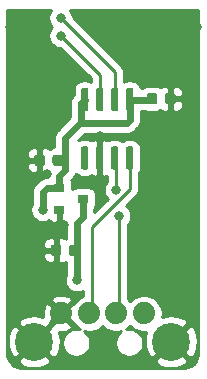
<source format=gbr>
G04 #@! TF.GenerationSoftware,KiCad,Pcbnew,(5.1.5)-3*
G04 #@! TF.CreationDate,2021-04-30T23:34:10+03:00*
G04 #@! TF.ProjectId,HM10USBDongle,484d3130-5553-4424-946f-6e676c652e6b,rev?*
G04 #@! TF.SameCoordinates,Original*
G04 #@! TF.FileFunction,Copper,L2,Bot*
G04 #@! TF.FilePolarity,Positive*
%FSLAX46Y46*%
G04 Gerber Fmt 4.6, Leading zero omitted, Abs format (unit mm)*
G04 Created by KiCad (PCBNEW (5.1.5)-3) date 2021-04-30 23:34:10*
%MOMM*%
%LPD*%
G04 APERTURE LIST*
%ADD10C,0.100000*%
%ADD11R,0.900000X0.800000*%
%ADD12C,1.879600*%
%ADD13C,3.215640*%
%ADD14C,0.800000*%
%ADD15C,0.250000*%
%ADD16C,0.600000*%
%ADD17C,0.254000*%
G04 APERTURE END LIST*
G04 #@! TA.AperFunction,SMDPad,CuDef*
D10*
G36*
X130028054Y-86775083D02*
G01*
X130049895Y-86778323D01*
X130071314Y-86783688D01*
X130092104Y-86791127D01*
X130112064Y-86800568D01*
X130131003Y-86811919D01*
X130148738Y-86825073D01*
X130165099Y-86839901D01*
X130179927Y-86856262D01*
X130193081Y-86873997D01*
X130204432Y-86892936D01*
X130213873Y-86912896D01*
X130221312Y-86933686D01*
X130226677Y-86955105D01*
X130229917Y-86976946D01*
X130231000Y-86999000D01*
X130231000Y-87499000D01*
X130229917Y-87521054D01*
X130226677Y-87542895D01*
X130221312Y-87564314D01*
X130213873Y-87585104D01*
X130204432Y-87605064D01*
X130193081Y-87624003D01*
X130179927Y-87641738D01*
X130165099Y-87658099D01*
X130148738Y-87672927D01*
X130131003Y-87686081D01*
X130112064Y-87697432D01*
X130092104Y-87706873D01*
X130071314Y-87714312D01*
X130049895Y-87719677D01*
X130028054Y-87722917D01*
X130006000Y-87724000D01*
X129556000Y-87724000D01*
X129533946Y-87722917D01*
X129512105Y-87719677D01*
X129490686Y-87714312D01*
X129469896Y-87706873D01*
X129449936Y-87697432D01*
X129430997Y-87686081D01*
X129413262Y-87672927D01*
X129396901Y-87658099D01*
X129382073Y-87641738D01*
X129368919Y-87624003D01*
X129357568Y-87605064D01*
X129348127Y-87585104D01*
X129340688Y-87564314D01*
X129335323Y-87542895D01*
X129332083Y-87521054D01*
X129331000Y-87499000D01*
X129331000Y-86999000D01*
X129332083Y-86976946D01*
X129335323Y-86955105D01*
X129340688Y-86933686D01*
X129348127Y-86912896D01*
X129357568Y-86892936D01*
X129368919Y-86873997D01*
X129382073Y-86856262D01*
X129396901Y-86839901D01*
X129413262Y-86825073D01*
X129430997Y-86811919D01*
X129449936Y-86800568D01*
X129469896Y-86791127D01*
X129490686Y-86783688D01*
X129512105Y-86778323D01*
X129533946Y-86775083D01*
X129556000Y-86774000D01*
X130006000Y-86774000D01*
X130028054Y-86775083D01*
G37*
G04 #@! TD.AperFunction*
G04 #@! TA.AperFunction,SMDPad,CuDef*
G36*
X131578054Y-86775083D02*
G01*
X131599895Y-86778323D01*
X131621314Y-86783688D01*
X131642104Y-86791127D01*
X131662064Y-86800568D01*
X131681003Y-86811919D01*
X131698738Y-86825073D01*
X131715099Y-86839901D01*
X131729927Y-86856262D01*
X131743081Y-86873997D01*
X131754432Y-86892936D01*
X131763873Y-86912896D01*
X131771312Y-86933686D01*
X131776677Y-86955105D01*
X131779917Y-86976946D01*
X131781000Y-86999000D01*
X131781000Y-87499000D01*
X131779917Y-87521054D01*
X131776677Y-87542895D01*
X131771312Y-87564314D01*
X131763873Y-87585104D01*
X131754432Y-87605064D01*
X131743081Y-87624003D01*
X131729927Y-87641738D01*
X131715099Y-87658099D01*
X131698738Y-87672927D01*
X131681003Y-87686081D01*
X131662064Y-87697432D01*
X131642104Y-87706873D01*
X131621314Y-87714312D01*
X131599895Y-87719677D01*
X131578054Y-87722917D01*
X131556000Y-87724000D01*
X131106000Y-87724000D01*
X131083946Y-87722917D01*
X131062105Y-87719677D01*
X131040686Y-87714312D01*
X131019896Y-87706873D01*
X130999936Y-87697432D01*
X130980997Y-87686081D01*
X130963262Y-87672927D01*
X130946901Y-87658099D01*
X130932073Y-87641738D01*
X130918919Y-87624003D01*
X130907568Y-87605064D01*
X130898127Y-87585104D01*
X130890688Y-87564314D01*
X130885323Y-87542895D01*
X130882083Y-87521054D01*
X130881000Y-87499000D01*
X130881000Y-86999000D01*
X130882083Y-86976946D01*
X130885323Y-86955105D01*
X130890688Y-86933686D01*
X130898127Y-86912896D01*
X130907568Y-86892936D01*
X130918919Y-86873997D01*
X130932073Y-86856262D01*
X130946901Y-86839901D01*
X130963262Y-86825073D01*
X130980997Y-86811919D01*
X130999936Y-86800568D01*
X131019896Y-86791127D01*
X131040686Y-86783688D01*
X131062105Y-86778323D01*
X131083946Y-86775083D01*
X131106000Y-86774000D01*
X131556000Y-86774000D01*
X131578054Y-86775083D01*
G37*
G04 #@! TD.AperFunction*
G04 #@! TA.AperFunction,SMDPad,CuDef*
G36*
X128631054Y-79155083D02*
G01*
X128652895Y-79158323D01*
X128674314Y-79163688D01*
X128695104Y-79171127D01*
X128715064Y-79180568D01*
X128734003Y-79191919D01*
X128751738Y-79205073D01*
X128768099Y-79219901D01*
X128782927Y-79236262D01*
X128796081Y-79253997D01*
X128807432Y-79272936D01*
X128816873Y-79292896D01*
X128824312Y-79313686D01*
X128829677Y-79335105D01*
X128832917Y-79356946D01*
X128834000Y-79379000D01*
X128834000Y-79879000D01*
X128832917Y-79901054D01*
X128829677Y-79922895D01*
X128824312Y-79944314D01*
X128816873Y-79965104D01*
X128807432Y-79985064D01*
X128796081Y-80004003D01*
X128782927Y-80021738D01*
X128768099Y-80038099D01*
X128751738Y-80052927D01*
X128734003Y-80066081D01*
X128715064Y-80077432D01*
X128695104Y-80086873D01*
X128674314Y-80094312D01*
X128652895Y-80099677D01*
X128631054Y-80102917D01*
X128609000Y-80104000D01*
X128159000Y-80104000D01*
X128136946Y-80102917D01*
X128115105Y-80099677D01*
X128093686Y-80094312D01*
X128072896Y-80086873D01*
X128052936Y-80077432D01*
X128033997Y-80066081D01*
X128016262Y-80052927D01*
X127999901Y-80038099D01*
X127985073Y-80021738D01*
X127971919Y-80004003D01*
X127960568Y-79985064D01*
X127951127Y-79965104D01*
X127943688Y-79944314D01*
X127938323Y-79922895D01*
X127935083Y-79901054D01*
X127934000Y-79879000D01*
X127934000Y-79379000D01*
X127935083Y-79356946D01*
X127938323Y-79335105D01*
X127943688Y-79313686D01*
X127951127Y-79292896D01*
X127960568Y-79272936D01*
X127971919Y-79253997D01*
X127985073Y-79236262D01*
X127999901Y-79219901D01*
X128016262Y-79205073D01*
X128033997Y-79191919D01*
X128052936Y-79180568D01*
X128072896Y-79171127D01*
X128093686Y-79163688D01*
X128115105Y-79158323D01*
X128136946Y-79155083D01*
X128159000Y-79154000D01*
X128609000Y-79154000D01*
X128631054Y-79155083D01*
G37*
G04 #@! TD.AperFunction*
G04 #@! TA.AperFunction,SMDPad,CuDef*
G36*
X130181054Y-79155083D02*
G01*
X130202895Y-79158323D01*
X130224314Y-79163688D01*
X130245104Y-79171127D01*
X130265064Y-79180568D01*
X130284003Y-79191919D01*
X130301738Y-79205073D01*
X130318099Y-79219901D01*
X130332927Y-79236262D01*
X130346081Y-79253997D01*
X130357432Y-79272936D01*
X130366873Y-79292896D01*
X130374312Y-79313686D01*
X130379677Y-79335105D01*
X130382917Y-79356946D01*
X130384000Y-79379000D01*
X130384000Y-79879000D01*
X130382917Y-79901054D01*
X130379677Y-79922895D01*
X130374312Y-79944314D01*
X130366873Y-79965104D01*
X130357432Y-79985064D01*
X130346081Y-80004003D01*
X130332927Y-80021738D01*
X130318099Y-80038099D01*
X130301738Y-80052927D01*
X130284003Y-80066081D01*
X130265064Y-80077432D01*
X130245104Y-80086873D01*
X130224314Y-80094312D01*
X130202895Y-80099677D01*
X130181054Y-80102917D01*
X130159000Y-80104000D01*
X129709000Y-80104000D01*
X129686946Y-80102917D01*
X129665105Y-80099677D01*
X129643686Y-80094312D01*
X129622896Y-80086873D01*
X129602936Y-80077432D01*
X129583997Y-80066081D01*
X129566262Y-80052927D01*
X129549901Y-80038099D01*
X129535073Y-80021738D01*
X129521919Y-80004003D01*
X129510568Y-79985064D01*
X129501127Y-79965104D01*
X129493688Y-79944314D01*
X129488323Y-79922895D01*
X129485083Y-79901054D01*
X129484000Y-79879000D01*
X129484000Y-79379000D01*
X129485083Y-79356946D01*
X129488323Y-79335105D01*
X129493688Y-79313686D01*
X129501127Y-79292896D01*
X129510568Y-79272936D01*
X129521919Y-79253997D01*
X129535073Y-79236262D01*
X129549901Y-79219901D01*
X129566262Y-79205073D01*
X129583997Y-79191919D01*
X129602936Y-79180568D01*
X129622896Y-79171127D01*
X129643686Y-79163688D01*
X129665105Y-79158323D01*
X129686946Y-79155083D01*
X129709000Y-79154000D01*
X130159000Y-79154000D01*
X130181054Y-79155083D01*
G37*
G04 #@! TD.AperFunction*
G04 #@! TA.AperFunction,SMDPad,CuDef*
G36*
X139706054Y-73948083D02*
G01*
X139727895Y-73951323D01*
X139749314Y-73956688D01*
X139770104Y-73964127D01*
X139790064Y-73973568D01*
X139809003Y-73984919D01*
X139826738Y-73998073D01*
X139843099Y-74012901D01*
X139857927Y-74029262D01*
X139871081Y-74046997D01*
X139882432Y-74065936D01*
X139891873Y-74085896D01*
X139899312Y-74106686D01*
X139904677Y-74128105D01*
X139907917Y-74149946D01*
X139909000Y-74172000D01*
X139909000Y-74672000D01*
X139907917Y-74694054D01*
X139904677Y-74715895D01*
X139899312Y-74737314D01*
X139891873Y-74758104D01*
X139882432Y-74778064D01*
X139871081Y-74797003D01*
X139857927Y-74814738D01*
X139843099Y-74831099D01*
X139826738Y-74845927D01*
X139809003Y-74859081D01*
X139790064Y-74870432D01*
X139770104Y-74879873D01*
X139749314Y-74887312D01*
X139727895Y-74892677D01*
X139706054Y-74895917D01*
X139684000Y-74897000D01*
X139234000Y-74897000D01*
X139211946Y-74895917D01*
X139190105Y-74892677D01*
X139168686Y-74887312D01*
X139147896Y-74879873D01*
X139127936Y-74870432D01*
X139108997Y-74859081D01*
X139091262Y-74845927D01*
X139074901Y-74831099D01*
X139060073Y-74814738D01*
X139046919Y-74797003D01*
X139035568Y-74778064D01*
X139026127Y-74758104D01*
X139018688Y-74737314D01*
X139013323Y-74715895D01*
X139010083Y-74694054D01*
X139009000Y-74672000D01*
X139009000Y-74172000D01*
X139010083Y-74149946D01*
X139013323Y-74128105D01*
X139018688Y-74106686D01*
X139026127Y-74085896D01*
X139035568Y-74065936D01*
X139046919Y-74046997D01*
X139060073Y-74029262D01*
X139074901Y-74012901D01*
X139091262Y-73998073D01*
X139108997Y-73984919D01*
X139127936Y-73973568D01*
X139147896Y-73964127D01*
X139168686Y-73956688D01*
X139190105Y-73951323D01*
X139211946Y-73948083D01*
X139234000Y-73947000D01*
X139684000Y-73947000D01*
X139706054Y-73948083D01*
G37*
G04 #@! TD.AperFunction*
G04 #@! TA.AperFunction,SMDPad,CuDef*
G36*
X138156054Y-73948083D02*
G01*
X138177895Y-73951323D01*
X138199314Y-73956688D01*
X138220104Y-73964127D01*
X138240064Y-73973568D01*
X138259003Y-73984919D01*
X138276738Y-73998073D01*
X138293099Y-74012901D01*
X138307927Y-74029262D01*
X138321081Y-74046997D01*
X138332432Y-74065936D01*
X138341873Y-74085896D01*
X138349312Y-74106686D01*
X138354677Y-74128105D01*
X138357917Y-74149946D01*
X138359000Y-74172000D01*
X138359000Y-74672000D01*
X138357917Y-74694054D01*
X138354677Y-74715895D01*
X138349312Y-74737314D01*
X138341873Y-74758104D01*
X138332432Y-74778064D01*
X138321081Y-74797003D01*
X138307927Y-74814738D01*
X138293099Y-74831099D01*
X138276738Y-74845927D01*
X138259003Y-74859081D01*
X138240064Y-74870432D01*
X138220104Y-74879873D01*
X138199314Y-74887312D01*
X138177895Y-74892677D01*
X138156054Y-74895917D01*
X138134000Y-74897000D01*
X137684000Y-74897000D01*
X137661946Y-74895917D01*
X137640105Y-74892677D01*
X137618686Y-74887312D01*
X137597896Y-74879873D01*
X137577936Y-74870432D01*
X137558997Y-74859081D01*
X137541262Y-74845927D01*
X137524901Y-74831099D01*
X137510073Y-74814738D01*
X137496919Y-74797003D01*
X137485568Y-74778064D01*
X137476127Y-74758104D01*
X137468688Y-74737314D01*
X137463323Y-74715895D01*
X137460083Y-74694054D01*
X137459000Y-74672000D01*
X137459000Y-74172000D01*
X137460083Y-74149946D01*
X137463323Y-74128105D01*
X137468688Y-74106686D01*
X137476127Y-74085896D01*
X137485568Y-74065936D01*
X137496919Y-74046997D01*
X137510073Y-74029262D01*
X137524901Y-74012901D01*
X137541262Y-73998073D01*
X137558997Y-73984919D01*
X137577936Y-73973568D01*
X137597896Y-73964127D01*
X137618686Y-73956688D01*
X137640105Y-73951323D01*
X137661946Y-73948083D01*
X137684000Y-73947000D01*
X138134000Y-73947000D01*
X138156054Y-73948083D01*
G37*
G04 #@! TD.AperFunction*
D11*
X132064000Y-82931000D03*
X130064000Y-81981000D03*
X130064000Y-83881000D03*
D12*
X137228580Y-92598240D03*
D13*
X127932180Y-94996000D03*
X139529820Y-94996000D03*
D12*
X130233420Y-92598240D03*
X134856220Y-92598240D03*
X132605780Y-92598240D03*
G04 #@! TA.AperFunction,SMDPad,CuDef*
D10*
G36*
X136181703Y-73512722D02*
G01*
X136196264Y-73514882D01*
X136210543Y-73518459D01*
X136224403Y-73523418D01*
X136237710Y-73529712D01*
X136250336Y-73537280D01*
X136262159Y-73546048D01*
X136273066Y-73555934D01*
X136282952Y-73566841D01*
X136291720Y-73578664D01*
X136299288Y-73591290D01*
X136305582Y-73604597D01*
X136310541Y-73618457D01*
X136314118Y-73632736D01*
X136316278Y-73647297D01*
X136317000Y-73662000D01*
X136317000Y-75312000D01*
X136316278Y-75326703D01*
X136314118Y-75341264D01*
X136310541Y-75355543D01*
X136305582Y-75369403D01*
X136299288Y-75382710D01*
X136291720Y-75395336D01*
X136282952Y-75407159D01*
X136273066Y-75418066D01*
X136262159Y-75427952D01*
X136250336Y-75436720D01*
X136237710Y-75444288D01*
X136224403Y-75450582D01*
X136210543Y-75455541D01*
X136196264Y-75459118D01*
X136181703Y-75461278D01*
X136167000Y-75462000D01*
X135867000Y-75462000D01*
X135852297Y-75461278D01*
X135837736Y-75459118D01*
X135823457Y-75455541D01*
X135809597Y-75450582D01*
X135796290Y-75444288D01*
X135783664Y-75436720D01*
X135771841Y-75427952D01*
X135760934Y-75418066D01*
X135751048Y-75407159D01*
X135742280Y-75395336D01*
X135734712Y-75382710D01*
X135728418Y-75369403D01*
X135723459Y-75355543D01*
X135719882Y-75341264D01*
X135717722Y-75326703D01*
X135717000Y-75312000D01*
X135717000Y-73662000D01*
X135717722Y-73647297D01*
X135719882Y-73632736D01*
X135723459Y-73618457D01*
X135728418Y-73604597D01*
X135734712Y-73591290D01*
X135742280Y-73578664D01*
X135751048Y-73566841D01*
X135760934Y-73555934D01*
X135771841Y-73546048D01*
X135783664Y-73537280D01*
X135796290Y-73529712D01*
X135809597Y-73523418D01*
X135823457Y-73518459D01*
X135837736Y-73514882D01*
X135852297Y-73512722D01*
X135867000Y-73512000D01*
X136167000Y-73512000D01*
X136181703Y-73512722D01*
G37*
G04 #@! TD.AperFunction*
G04 #@! TA.AperFunction,SMDPad,CuDef*
G36*
X134911703Y-73512722D02*
G01*
X134926264Y-73514882D01*
X134940543Y-73518459D01*
X134954403Y-73523418D01*
X134967710Y-73529712D01*
X134980336Y-73537280D01*
X134992159Y-73546048D01*
X135003066Y-73555934D01*
X135012952Y-73566841D01*
X135021720Y-73578664D01*
X135029288Y-73591290D01*
X135035582Y-73604597D01*
X135040541Y-73618457D01*
X135044118Y-73632736D01*
X135046278Y-73647297D01*
X135047000Y-73662000D01*
X135047000Y-75312000D01*
X135046278Y-75326703D01*
X135044118Y-75341264D01*
X135040541Y-75355543D01*
X135035582Y-75369403D01*
X135029288Y-75382710D01*
X135021720Y-75395336D01*
X135012952Y-75407159D01*
X135003066Y-75418066D01*
X134992159Y-75427952D01*
X134980336Y-75436720D01*
X134967710Y-75444288D01*
X134954403Y-75450582D01*
X134940543Y-75455541D01*
X134926264Y-75459118D01*
X134911703Y-75461278D01*
X134897000Y-75462000D01*
X134597000Y-75462000D01*
X134582297Y-75461278D01*
X134567736Y-75459118D01*
X134553457Y-75455541D01*
X134539597Y-75450582D01*
X134526290Y-75444288D01*
X134513664Y-75436720D01*
X134501841Y-75427952D01*
X134490934Y-75418066D01*
X134481048Y-75407159D01*
X134472280Y-75395336D01*
X134464712Y-75382710D01*
X134458418Y-75369403D01*
X134453459Y-75355543D01*
X134449882Y-75341264D01*
X134447722Y-75326703D01*
X134447000Y-75312000D01*
X134447000Y-73662000D01*
X134447722Y-73647297D01*
X134449882Y-73632736D01*
X134453459Y-73618457D01*
X134458418Y-73604597D01*
X134464712Y-73591290D01*
X134472280Y-73578664D01*
X134481048Y-73566841D01*
X134490934Y-73555934D01*
X134501841Y-73546048D01*
X134513664Y-73537280D01*
X134526290Y-73529712D01*
X134539597Y-73523418D01*
X134553457Y-73518459D01*
X134567736Y-73514882D01*
X134582297Y-73512722D01*
X134597000Y-73512000D01*
X134897000Y-73512000D01*
X134911703Y-73512722D01*
G37*
G04 #@! TD.AperFunction*
G04 #@! TA.AperFunction,SMDPad,CuDef*
G36*
X133641703Y-73512722D02*
G01*
X133656264Y-73514882D01*
X133670543Y-73518459D01*
X133684403Y-73523418D01*
X133697710Y-73529712D01*
X133710336Y-73537280D01*
X133722159Y-73546048D01*
X133733066Y-73555934D01*
X133742952Y-73566841D01*
X133751720Y-73578664D01*
X133759288Y-73591290D01*
X133765582Y-73604597D01*
X133770541Y-73618457D01*
X133774118Y-73632736D01*
X133776278Y-73647297D01*
X133777000Y-73662000D01*
X133777000Y-75312000D01*
X133776278Y-75326703D01*
X133774118Y-75341264D01*
X133770541Y-75355543D01*
X133765582Y-75369403D01*
X133759288Y-75382710D01*
X133751720Y-75395336D01*
X133742952Y-75407159D01*
X133733066Y-75418066D01*
X133722159Y-75427952D01*
X133710336Y-75436720D01*
X133697710Y-75444288D01*
X133684403Y-75450582D01*
X133670543Y-75455541D01*
X133656264Y-75459118D01*
X133641703Y-75461278D01*
X133627000Y-75462000D01*
X133327000Y-75462000D01*
X133312297Y-75461278D01*
X133297736Y-75459118D01*
X133283457Y-75455541D01*
X133269597Y-75450582D01*
X133256290Y-75444288D01*
X133243664Y-75436720D01*
X133231841Y-75427952D01*
X133220934Y-75418066D01*
X133211048Y-75407159D01*
X133202280Y-75395336D01*
X133194712Y-75382710D01*
X133188418Y-75369403D01*
X133183459Y-75355543D01*
X133179882Y-75341264D01*
X133177722Y-75326703D01*
X133177000Y-75312000D01*
X133177000Y-73662000D01*
X133177722Y-73647297D01*
X133179882Y-73632736D01*
X133183459Y-73618457D01*
X133188418Y-73604597D01*
X133194712Y-73591290D01*
X133202280Y-73578664D01*
X133211048Y-73566841D01*
X133220934Y-73555934D01*
X133231841Y-73546048D01*
X133243664Y-73537280D01*
X133256290Y-73529712D01*
X133269597Y-73523418D01*
X133283457Y-73518459D01*
X133297736Y-73514882D01*
X133312297Y-73512722D01*
X133327000Y-73512000D01*
X133627000Y-73512000D01*
X133641703Y-73512722D01*
G37*
G04 #@! TD.AperFunction*
G04 #@! TA.AperFunction,SMDPad,CuDef*
G36*
X132371703Y-73512722D02*
G01*
X132386264Y-73514882D01*
X132400543Y-73518459D01*
X132414403Y-73523418D01*
X132427710Y-73529712D01*
X132440336Y-73537280D01*
X132452159Y-73546048D01*
X132463066Y-73555934D01*
X132472952Y-73566841D01*
X132481720Y-73578664D01*
X132489288Y-73591290D01*
X132495582Y-73604597D01*
X132500541Y-73618457D01*
X132504118Y-73632736D01*
X132506278Y-73647297D01*
X132507000Y-73662000D01*
X132507000Y-75312000D01*
X132506278Y-75326703D01*
X132504118Y-75341264D01*
X132500541Y-75355543D01*
X132495582Y-75369403D01*
X132489288Y-75382710D01*
X132481720Y-75395336D01*
X132472952Y-75407159D01*
X132463066Y-75418066D01*
X132452159Y-75427952D01*
X132440336Y-75436720D01*
X132427710Y-75444288D01*
X132414403Y-75450582D01*
X132400543Y-75455541D01*
X132386264Y-75459118D01*
X132371703Y-75461278D01*
X132357000Y-75462000D01*
X132057000Y-75462000D01*
X132042297Y-75461278D01*
X132027736Y-75459118D01*
X132013457Y-75455541D01*
X131999597Y-75450582D01*
X131986290Y-75444288D01*
X131973664Y-75436720D01*
X131961841Y-75427952D01*
X131950934Y-75418066D01*
X131941048Y-75407159D01*
X131932280Y-75395336D01*
X131924712Y-75382710D01*
X131918418Y-75369403D01*
X131913459Y-75355543D01*
X131909882Y-75341264D01*
X131907722Y-75326703D01*
X131907000Y-75312000D01*
X131907000Y-73662000D01*
X131907722Y-73647297D01*
X131909882Y-73632736D01*
X131913459Y-73618457D01*
X131918418Y-73604597D01*
X131924712Y-73591290D01*
X131932280Y-73578664D01*
X131941048Y-73566841D01*
X131950934Y-73555934D01*
X131961841Y-73546048D01*
X131973664Y-73537280D01*
X131986290Y-73529712D01*
X131999597Y-73523418D01*
X132013457Y-73518459D01*
X132027736Y-73514882D01*
X132042297Y-73512722D01*
X132057000Y-73512000D01*
X132357000Y-73512000D01*
X132371703Y-73512722D01*
G37*
G04 #@! TD.AperFunction*
G04 #@! TA.AperFunction,SMDPad,CuDef*
G36*
X132371703Y-78462722D02*
G01*
X132386264Y-78464882D01*
X132400543Y-78468459D01*
X132414403Y-78473418D01*
X132427710Y-78479712D01*
X132440336Y-78487280D01*
X132452159Y-78496048D01*
X132463066Y-78505934D01*
X132472952Y-78516841D01*
X132481720Y-78528664D01*
X132489288Y-78541290D01*
X132495582Y-78554597D01*
X132500541Y-78568457D01*
X132504118Y-78582736D01*
X132506278Y-78597297D01*
X132507000Y-78612000D01*
X132507000Y-80262000D01*
X132506278Y-80276703D01*
X132504118Y-80291264D01*
X132500541Y-80305543D01*
X132495582Y-80319403D01*
X132489288Y-80332710D01*
X132481720Y-80345336D01*
X132472952Y-80357159D01*
X132463066Y-80368066D01*
X132452159Y-80377952D01*
X132440336Y-80386720D01*
X132427710Y-80394288D01*
X132414403Y-80400582D01*
X132400543Y-80405541D01*
X132386264Y-80409118D01*
X132371703Y-80411278D01*
X132357000Y-80412000D01*
X132057000Y-80412000D01*
X132042297Y-80411278D01*
X132027736Y-80409118D01*
X132013457Y-80405541D01*
X131999597Y-80400582D01*
X131986290Y-80394288D01*
X131973664Y-80386720D01*
X131961841Y-80377952D01*
X131950934Y-80368066D01*
X131941048Y-80357159D01*
X131932280Y-80345336D01*
X131924712Y-80332710D01*
X131918418Y-80319403D01*
X131913459Y-80305543D01*
X131909882Y-80291264D01*
X131907722Y-80276703D01*
X131907000Y-80262000D01*
X131907000Y-78612000D01*
X131907722Y-78597297D01*
X131909882Y-78582736D01*
X131913459Y-78568457D01*
X131918418Y-78554597D01*
X131924712Y-78541290D01*
X131932280Y-78528664D01*
X131941048Y-78516841D01*
X131950934Y-78505934D01*
X131961841Y-78496048D01*
X131973664Y-78487280D01*
X131986290Y-78479712D01*
X131999597Y-78473418D01*
X132013457Y-78468459D01*
X132027736Y-78464882D01*
X132042297Y-78462722D01*
X132057000Y-78462000D01*
X132357000Y-78462000D01*
X132371703Y-78462722D01*
G37*
G04 #@! TD.AperFunction*
G04 #@! TA.AperFunction,SMDPad,CuDef*
G36*
X133641703Y-78462722D02*
G01*
X133656264Y-78464882D01*
X133670543Y-78468459D01*
X133684403Y-78473418D01*
X133697710Y-78479712D01*
X133710336Y-78487280D01*
X133722159Y-78496048D01*
X133733066Y-78505934D01*
X133742952Y-78516841D01*
X133751720Y-78528664D01*
X133759288Y-78541290D01*
X133765582Y-78554597D01*
X133770541Y-78568457D01*
X133774118Y-78582736D01*
X133776278Y-78597297D01*
X133777000Y-78612000D01*
X133777000Y-80262000D01*
X133776278Y-80276703D01*
X133774118Y-80291264D01*
X133770541Y-80305543D01*
X133765582Y-80319403D01*
X133759288Y-80332710D01*
X133751720Y-80345336D01*
X133742952Y-80357159D01*
X133733066Y-80368066D01*
X133722159Y-80377952D01*
X133710336Y-80386720D01*
X133697710Y-80394288D01*
X133684403Y-80400582D01*
X133670543Y-80405541D01*
X133656264Y-80409118D01*
X133641703Y-80411278D01*
X133627000Y-80412000D01*
X133327000Y-80412000D01*
X133312297Y-80411278D01*
X133297736Y-80409118D01*
X133283457Y-80405541D01*
X133269597Y-80400582D01*
X133256290Y-80394288D01*
X133243664Y-80386720D01*
X133231841Y-80377952D01*
X133220934Y-80368066D01*
X133211048Y-80357159D01*
X133202280Y-80345336D01*
X133194712Y-80332710D01*
X133188418Y-80319403D01*
X133183459Y-80305543D01*
X133179882Y-80291264D01*
X133177722Y-80276703D01*
X133177000Y-80262000D01*
X133177000Y-78612000D01*
X133177722Y-78597297D01*
X133179882Y-78582736D01*
X133183459Y-78568457D01*
X133188418Y-78554597D01*
X133194712Y-78541290D01*
X133202280Y-78528664D01*
X133211048Y-78516841D01*
X133220934Y-78505934D01*
X133231841Y-78496048D01*
X133243664Y-78487280D01*
X133256290Y-78479712D01*
X133269597Y-78473418D01*
X133283457Y-78468459D01*
X133297736Y-78464882D01*
X133312297Y-78462722D01*
X133327000Y-78462000D01*
X133627000Y-78462000D01*
X133641703Y-78462722D01*
G37*
G04 #@! TD.AperFunction*
G04 #@! TA.AperFunction,SMDPad,CuDef*
G36*
X134911703Y-78462722D02*
G01*
X134926264Y-78464882D01*
X134940543Y-78468459D01*
X134954403Y-78473418D01*
X134967710Y-78479712D01*
X134980336Y-78487280D01*
X134992159Y-78496048D01*
X135003066Y-78505934D01*
X135012952Y-78516841D01*
X135021720Y-78528664D01*
X135029288Y-78541290D01*
X135035582Y-78554597D01*
X135040541Y-78568457D01*
X135044118Y-78582736D01*
X135046278Y-78597297D01*
X135047000Y-78612000D01*
X135047000Y-80262000D01*
X135046278Y-80276703D01*
X135044118Y-80291264D01*
X135040541Y-80305543D01*
X135035582Y-80319403D01*
X135029288Y-80332710D01*
X135021720Y-80345336D01*
X135012952Y-80357159D01*
X135003066Y-80368066D01*
X134992159Y-80377952D01*
X134980336Y-80386720D01*
X134967710Y-80394288D01*
X134954403Y-80400582D01*
X134940543Y-80405541D01*
X134926264Y-80409118D01*
X134911703Y-80411278D01*
X134897000Y-80412000D01*
X134597000Y-80412000D01*
X134582297Y-80411278D01*
X134567736Y-80409118D01*
X134553457Y-80405541D01*
X134539597Y-80400582D01*
X134526290Y-80394288D01*
X134513664Y-80386720D01*
X134501841Y-80377952D01*
X134490934Y-80368066D01*
X134481048Y-80357159D01*
X134472280Y-80345336D01*
X134464712Y-80332710D01*
X134458418Y-80319403D01*
X134453459Y-80305543D01*
X134449882Y-80291264D01*
X134447722Y-80276703D01*
X134447000Y-80262000D01*
X134447000Y-78612000D01*
X134447722Y-78597297D01*
X134449882Y-78582736D01*
X134453459Y-78568457D01*
X134458418Y-78554597D01*
X134464712Y-78541290D01*
X134472280Y-78528664D01*
X134481048Y-78516841D01*
X134490934Y-78505934D01*
X134501841Y-78496048D01*
X134513664Y-78487280D01*
X134526290Y-78479712D01*
X134539597Y-78473418D01*
X134553457Y-78468459D01*
X134567736Y-78464882D01*
X134582297Y-78462722D01*
X134597000Y-78462000D01*
X134897000Y-78462000D01*
X134911703Y-78462722D01*
G37*
G04 #@! TD.AperFunction*
G04 #@! TA.AperFunction,SMDPad,CuDef*
G36*
X136181703Y-78462722D02*
G01*
X136196264Y-78464882D01*
X136210543Y-78468459D01*
X136224403Y-78473418D01*
X136237710Y-78479712D01*
X136250336Y-78487280D01*
X136262159Y-78496048D01*
X136273066Y-78505934D01*
X136282952Y-78516841D01*
X136291720Y-78528664D01*
X136299288Y-78541290D01*
X136305582Y-78554597D01*
X136310541Y-78568457D01*
X136314118Y-78582736D01*
X136316278Y-78597297D01*
X136317000Y-78612000D01*
X136317000Y-80262000D01*
X136316278Y-80276703D01*
X136314118Y-80291264D01*
X136310541Y-80305543D01*
X136305582Y-80319403D01*
X136299288Y-80332710D01*
X136291720Y-80345336D01*
X136282952Y-80357159D01*
X136273066Y-80368066D01*
X136262159Y-80377952D01*
X136250336Y-80386720D01*
X136237710Y-80394288D01*
X136224403Y-80400582D01*
X136210543Y-80405541D01*
X136196264Y-80409118D01*
X136181703Y-80411278D01*
X136167000Y-80412000D01*
X135867000Y-80412000D01*
X135852297Y-80411278D01*
X135837736Y-80409118D01*
X135823457Y-80405541D01*
X135809597Y-80400582D01*
X135796290Y-80394288D01*
X135783664Y-80386720D01*
X135771841Y-80377952D01*
X135760934Y-80368066D01*
X135751048Y-80357159D01*
X135742280Y-80345336D01*
X135734712Y-80332710D01*
X135728418Y-80319403D01*
X135723459Y-80305543D01*
X135719882Y-80291264D01*
X135717722Y-80276703D01*
X135717000Y-80262000D01*
X135717000Y-78612000D01*
X135717722Y-78597297D01*
X135719882Y-78582736D01*
X135723459Y-78568457D01*
X135728418Y-78554597D01*
X135734712Y-78541290D01*
X135742280Y-78528664D01*
X135751048Y-78516841D01*
X135760934Y-78505934D01*
X135771841Y-78496048D01*
X135783664Y-78487280D01*
X135796290Y-78479712D01*
X135809597Y-78473418D01*
X135823457Y-78468459D01*
X135837736Y-78464882D01*
X135852297Y-78462722D01*
X135867000Y-78462000D01*
X136167000Y-78462000D01*
X136181703Y-78462722D01*
G37*
G04 #@! TD.AperFunction*
D14*
X130175000Y-67564000D03*
X130175000Y-69088000D03*
X128651000Y-89789000D03*
X139192000Y-89789000D03*
X133477000Y-81407000D03*
X133477000Y-77597000D03*
X129159000Y-85471000D03*
X138557000Y-85471000D03*
X125857000Y-68326000D03*
X141732000Y-68326000D03*
X133223000Y-68834000D03*
X138303000Y-72771000D03*
X130429000Y-71120000D03*
X129286000Y-77978000D03*
X129032000Y-80772000D03*
X130429000Y-85090000D03*
X138430000Y-76073000D03*
X135128000Y-84328000D03*
X134874000Y-82169000D03*
X128651000Y-83820000D03*
X131572000Y-89789000D03*
D15*
X134747000Y-74487000D02*
X134747000Y-72136000D01*
X134747000Y-72136000D02*
X130175000Y-67564000D01*
X133477000Y-74487000D02*
X133477000Y-72390000D01*
X133477000Y-72390000D02*
X130175000Y-69088000D01*
X135110220Y-84345780D02*
X135128000Y-84328000D01*
X135110220Y-92598240D02*
X135110220Y-84345780D01*
X134874000Y-79564000D02*
X134747000Y-79437000D01*
X134874000Y-82169000D02*
X134874000Y-79564000D01*
X136017000Y-82099002D02*
X136017000Y-80412000D01*
X136017000Y-80412000D02*
X136017000Y-79437000D01*
X132859780Y-85256222D02*
X136017000Y-82099002D01*
X132859780Y-92598240D02*
X132859780Y-85256222D01*
D16*
X130064000Y-80981000D02*
X130556000Y-80489000D01*
X130064000Y-81981000D02*
X130064000Y-80981000D01*
X136017000Y-76200000D02*
X136017000Y-74487000D01*
X135763000Y-76454000D02*
X136017000Y-76200000D01*
X130556000Y-77724000D02*
X131826000Y-76454000D01*
X131826000Y-76454000D02*
X135763000Y-76454000D01*
X131907000Y-76373000D02*
X131826000Y-76454000D01*
X132207000Y-74487000D02*
X131907000Y-74787000D01*
X131907000Y-74787000D02*
X131907000Y-76373000D01*
X129014000Y-81981000D02*
X130064000Y-81981000D01*
X128651000Y-83820000D02*
X128651000Y-82344000D01*
X128651000Y-82344000D02*
X129014000Y-81981000D01*
X137844000Y-74487000D02*
X137909000Y-74422000D01*
X136017000Y-74487000D02*
X137844000Y-74487000D01*
X130384000Y-79629000D02*
X130556000Y-79629000D01*
X129934000Y-79629000D02*
X130384000Y-79629000D01*
X130556000Y-80489000D02*
X130556000Y-79629000D01*
X130556000Y-79629000D02*
X130556000Y-77724000D01*
X131572000Y-89789000D02*
X131572000Y-84963000D01*
X132064000Y-84471000D02*
X132064000Y-82931000D01*
X131572000Y-84963000D02*
X132064000Y-84471000D01*
D17*
G36*
X129257795Y-67073744D02*
G01*
X129179774Y-67262102D01*
X129140000Y-67462061D01*
X129140000Y-67665939D01*
X129179774Y-67865898D01*
X129257795Y-68054256D01*
X129371063Y-68223774D01*
X129473289Y-68326000D01*
X129371063Y-68428226D01*
X129257795Y-68597744D01*
X129179774Y-68786102D01*
X129140000Y-68986061D01*
X129140000Y-69189939D01*
X129179774Y-69389898D01*
X129257795Y-69578256D01*
X129371063Y-69747774D01*
X129515226Y-69891937D01*
X129684744Y-70005205D01*
X129873102Y-70083226D01*
X130073061Y-70123000D01*
X130135199Y-70123000D01*
X132717001Y-72704803D01*
X132717001Y-72965142D01*
X132658582Y-72933916D01*
X132510745Y-72889071D01*
X132357000Y-72873928D01*
X132057000Y-72873928D01*
X131903255Y-72889071D01*
X131755418Y-72933916D01*
X131619171Y-73006742D01*
X131499749Y-73104749D01*
X131401742Y-73224171D01*
X131328916Y-73360418D01*
X131284071Y-73508255D01*
X131268928Y-73662000D01*
X131268928Y-74101095D01*
X131242656Y-74122656D01*
X131125814Y-74265029D01*
X131038993Y-74427461D01*
X131002125Y-74549000D01*
X130985529Y-74603709D01*
X130967476Y-74787000D01*
X130972000Y-74832932D01*
X130972001Y-75985709D01*
X129927336Y-77030375D01*
X129891657Y-77059656D01*
X129774815Y-77202028D01*
X129687994Y-77364460D01*
X129634529Y-77540709D01*
X129616476Y-77724000D01*
X129621001Y-77769942D01*
X129621001Y-78524595D01*
X129540623Y-78532512D01*
X129378717Y-78581625D01*
X129232649Y-78659700D01*
X129188494Y-78623463D01*
X129078180Y-78564498D01*
X128958482Y-78528188D01*
X128834000Y-78515928D01*
X128669750Y-78519000D01*
X128511000Y-78677750D01*
X128511000Y-79502000D01*
X128531000Y-79502000D01*
X128531000Y-79756000D01*
X128511000Y-79756000D01*
X128511000Y-80580250D01*
X128669750Y-80739000D01*
X128834000Y-80742072D01*
X128958482Y-80729812D01*
X129078180Y-80693502D01*
X129188494Y-80634537D01*
X129193198Y-80630676D01*
X129142529Y-80797709D01*
X129124476Y-80981000D01*
X129129001Y-81026941D01*
X129129001Y-81046000D01*
X129059935Y-81046000D01*
X129014000Y-81041476D01*
X128830708Y-81059528D01*
X128654459Y-81112993D01*
X128645717Y-81117666D01*
X128492028Y-81199814D01*
X128349656Y-81316656D01*
X128320370Y-81352341D01*
X128022336Y-81650375D01*
X127986657Y-81679656D01*
X127869815Y-81822028D01*
X127801404Y-81950017D01*
X127782994Y-81984460D01*
X127729529Y-82160709D01*
X127711476Y-82344000D01*
X127716001Y-82389941D01*
X127716000Y-83372704D01*
X127655774Y-83518102D01*
X127616000Y-83718061D01*
X127616000Y-83921939D01*
X127655774Y-84121898D01*
X127733795Y-84310256D01*
X127847063Y-84479774D01*
X127991226Y-84623937D01*
X128160744Y-84737205D01*
X128349102Y-84815226D01*
X128549061Y-84855000D01*
X128752939Y-84855000D01*
X128952898Y-84815226D01*
X129141256Y-84737205D01*
X129157841Y-84726124D01*
X129162815Y-84732185D01*
X129259506Y-84811537D01*
X129369820Y-84870502D01*
X129489518Y-84906812D01*
X129614000Y-84919072D01*
X129778250Y-84916000D01*
X129937000Y-84757250D01*
X129937000Y-84008000D01*
X129917000Y-84008000D01*
X129917000Y-83754000D01*
X129937000Y-83754000D01*
X129937000Y-83734000D01*
X130191000Y-83734000D01*
X130191000Y-83754000D01*
X130211000Y-83754000D01*
X130211000Y-84008000D01*
X130191000Y-84008000D01*
X130191000Y-84757250D01*
X130349750Y-84916000D01*
X130514000Y-84919072D01*
X130638006Y-84906859D01*
X130632476Y-84963000D01*
X130637001Y-85008942D01*
X130637001Y-86275771D01*
X130629649Y-86279700D01*
X130585494Y-86243463D01*
X130475180Y-86184498D01*
X130355482Y-86148188D01*
X130231000Y-86135928D01*
X130066750Y-86139000D01*
X129908000Y-86297750D01*
X129908000Y-87122000D01*
X129928000Y-87122000D01*
X129928000Y-87376000D01*
X129908000Y-87376000D01*
X129908000Y-88200250D01*
X130066750Y-88359000D01*
X130231000Y-88362072D01*
X130355482Y-88349812D01*
X130475180Y-88313502D01*
X130585494Y-88254537D01*
X130629649Y-88218300D01*
X130637000Y-88222229D01*
X130637000Y-89341704D01*
X130576774Y-89487102D01*
X130537000Y-89687061D01*
X130537000Y-89890939D01*
X130576774Y-90090898D01*
X130654795Y-90279256D01*
X130768063Y-90448774D01*
X130912226Y-90592937D01*
X131081744Y-90706205D01*
X131270102Y-90784226D01*
X131470061Y-90824000D01*
X131673939Y-90824000D01*
X131873898Y-90784226D01*
X132062256Y-90706205D01*
X132099780Y-90681132D01*
X132099780Y-91103280D01*
X131859832Y-91202670D01*
X131601903Y-91375013D01*
X131382553Y-91594363D01*
X131313385Y-91697880D01*
X130413025Y-92598240D01*
X131313385Y-93498600D01*
X131382553Y-93602117D01*
X131601903Y-93821467D01*
X131791776Y-93948336D01*
X131599803Y-93910150D01*
X131366397Y-93910150D01*
X131137475Y-93955686D01*
X130921835Y-94045007D01*
X130727764Y-94174681D01*
X130562721Y-94339724D01*
X130433047Y-94533795D01*
X130343726Y-94749435D01*
X130298190Y-94978357D01*
X130298190Y-95211763D01*
X130343726Y-95440685D01*
X130433047Y-95656325D01*
X130562721Y-95850396D01*
X130727764Y-96015439D01*
X130921835Y-96145113D01*
X131137475Y-96234434D01*
X131366397Y-96279970D01*
X131599803Y-96279970D01*
X131828725Y-96234434D01*
X132044365Y-96145113D01*
X132238436Y-96015439D01*
X132403479Y-95850396D01*
X132533153Y-95656325D01*
X132622474Y-95440685D01*
X132668010Y-95211763D01*
X132668010Y-94978357D01*
X132622474Y-94749435D01*
X132533153Y-94533795D01*
X132403479Y-94339724D01*
X132238436Y-94174681D01*
X132143745Y-94111411D01*
X132146428Y-94112522D01*
X132450676Y-94173040D01*
X132760884Y-94173040D01*
X133065132Y-94112522D01*
X133351728Y-93993810D01*
X133609657Y-93821467D01*
X133731000Y-93700124D01*
X133852343Y-93821467D01*
X134110272Y-93993810D01*
X134396868Y-94112522D01*
X134701116Y-94173040D01*
X135011324Y-94173040D01*
X135315572Y-94112522D01*
X135318255Y-94111411D01*
X135223564Y-94174681D01*
X135058521Y-94339724D01*
X134928847Y-94533795D01*
X134839526Y-94749435D01*
X134793990Y-94978357D01*
X134793990Y-95211763D01*
X134839526Y-95440685D01*
X134928847Y-95656325D01*
X135058521Y-95850396D01*
X135223564Y-96015439D01*
X135417635Y-96145113D01*
X135633275Y-96234434D01*
X135862197Y-96279970D01*
X136095603Y-96279970D01*
X136324525Y-96234434D01*
X136540165Y-96145113D01*
X136734236Y-96015439D01*
X136899279Y-95850396D01*
X137028953Y-95656325D01*
X137118274Y-95440685D01*
X137163810Y-95211763D01*
X137163810Y-94978357D01*
X137118274Y-94749435D01*
X137028953Y-94533795D01*
X136899279Y-94339724D01*
X136734236Y-94174681D01*
X136540165Y-94045007D01*
X136324525Y-93955686D01*
X136095603Y-93910150D01*
X135862197Y-93910150D01*
X135670224Y-93948336D01*
X135860097Y-93821467D01*
X136042400Y-93639164D01*
X136224703Y-93821467D01*
X136482632Y-93993810D01*
X136769228Y-94112522D01*
X137073476Y-94173040D01*
X137383684Y-94173040D01*
X137436746Y-94162485D01*
X137433246Y-94169312D01*
X137312252Y-94594217D01*
X137276478Y-95034563D01*
X137327299Y-95473428D01*
X137462762Y-95893945D01*
X137634810Y-96215825D01*
X137961408Y-96384807D01*
X139350215Y-94996000D01*
X139709425Y-94996000D01*
X141098232Y-96384807D01*
X141424830Y-96215825D01*
X141626394Y-95822688D01*
X141747388Y-95397783D01*
X141783162Y-94957437D01*
X141732341Y-94518572D01*
X141596878Y-94098055D01*
X141424830Y-93776175D01*
X141098232Y-93607193D01*
X139709425Y-94996000D01*
X139350215Y-94996000D01*
X139336073Y-94981858D01*
X139515678Y-94802253D01*
X139529820Y-94816395D01*
X140918627Y-93427588D01*
X140749645Y-93100990D01*
X140356508Y-92899426D01*
X139931603Y-92778432D01*
X139491257Y-92742658D01*
X139052392Y-92793479D01*
X138777802Y-92881934D01*
X138803380Y-92753344D01*
X138803380Y-92443136D01*
X138742862Y-92138888D01*
X138624150Y-91852292D01*
X138451807Y-91594363D01*
X138232457Y-91375013D01*
X137974528Y-91202670D01*
X137687932Y-91083958D01*
X137383684Y-91023440D01*
X137073476Y-91023440D01*
X136769228Y-91083958D01*
X136482632Y-91202670D01*
X136224703Y-91375013D01*
X136042400Y-91557316D01*
X135870220Y-91385136D01*
X135870220Y-85049491D01*
X135931937Y-84987774D01*
X136045205Y-84818256D01*
X136123226Y-84629898D01*
X136163000Y-84429939D01*
X136163000Y-84226061D01*
X136123226Y-84026102D01*
X136045205Y-83837744D01*
X135931937Y-83668226D01*
X135787774Y-83524063D01*
X135715220Y-83475584D01*
X136528004Y-82662800D01*
X136557001Y-82639003D01*
X136651974Y-82523278D01*
X136722546Y-82391249D01*
X136766003Y-82247988D01*
X136777000Y-82136335D01*
X136777000Y-82136326D01*
X136780676Y-82099003D01*
X136777000Y-82061680D01*
X136777000Y-80754976D01*
X136822258Y-80699829D01*
X136895084Y-80563582D01*
X136939929Y-80415745D01*
X136955072Y-80262000D01*
X136955072Y-78612000D01*
X136939929Y-78458255D01*
X136895084Y-78310418D01*
X136822258Y-78174171D01*
X136724251Y-78054749D01*
X136604829Y-77956742D01*
X136468582Y-77883916D01*
X136320745Y-77839071D01*
X136167000Y-77823928D01*
X135867000Y-77823928D01*
X135713255Y-77839071D01*
X135565418Y-77883916D01*
X135429171Y-77956742D01*
X135382000Y-77995454D01*
X135334829Y-77956742D01*
X135198582Y-77883916D01*
X135050745Y-77839071D01*
X134897000Y-77823928D01*
X134597000Y-77823928D01*
X134443255Y-77839071D01*
X134295418Y-77883916D01*
X134161064Y-77955730D01*
X134131494Y-77931463D01*
X134021180Y-77872498D01*
X133901482Y-77836188D01*
X133777000Y-77823928D01*
X133762750Y-77827000D01*
X133604000Y-77985750D01*
X133604000Y-79310000D01*
X133624000Y-79310000D01*
X133624000Y-79564000D01*
X133604000Y-79564000D01*
X133604000Y-80888250D01*
X133762750Y-81047000D01*
X133777000Y-81050072D01*
X133901482Y-81037812D01*
X134021180Y-81001502D01*
X134114000Y-80951888D01*
X134114000Y-81465289D01*
X134070063Y-81509226D01*
X133956795Y-81678744D01*
X133878774Y-81867102D01*
X133839000Y-82067061D01*
X133839000Y-82270939D01*
X133878774Y-82470898D01*
X133956795Y-82659256D01*
X134070063Y-82828774D01*
X134141245Y-82899956D01*
X132999000Y-84042201D01*
X132999000Y-83740981D01*
X133044537Y-83685494D01*
X133103502Y-83575180D01*
X133139812Y-83455482D01*
X133152072Y-83331000D01*
X133152072Y-82531000D01*
X133139812Y-82406518D01*
X133103502Y-82286820D01*
X133044537Y-82176506D01*
X132965185Y-82079815D01*
X132868494Y-82000463D01*
X132758180Y-81941498D01*
X132638482Y-81905188D01*
X132514000Y-81892928D01*
X131614000Y-81892928D01*
X131489518Y-81905188D01*
X131369820Y-81941498D01*
X131259506Y-82000463D01*
X131162815Y-82079815D01*
X131152072Y-82092905D01*
X131152072Y-81581000D01*
X131139812Y-81456518D01*
X131103502Y-81336820D01*
X131078062Y-81289227D01*
X131184660Y-81182629D01*
X131220344Y-81153344D01*
X131337186Y-81010972D01*
X131424007Y-80848540D01*
X131450935Y-80759771D01*
X131499749Y-80819251D01*
X131619171Y-80917258D01*
X131755418Y-80990084D01*
X131903255Y-81034929D01*
X132057000Y-81050072D01*
X132357000Y-81050072D01*
X132510745Y-81034929D01*
X132658582Y-80990084D01*
X132792936Y-80918270D01*
X132822506Y-80942537D01*
X132932820Y-81001502D01*
X133052518Y-81037812D01*
X133177000Y-81050072D01*
X133191250Y-81047000D01*
X133350000Y-80888250D01*
X133350000Y-79564000D01*
X133330000Y-79564000D01*
X133330000Y-79310000D01*
X133350000Y-79310000D01*
X133350000Y-77985750D01*
X133191250Y-77827000D01*
X133177000Y-77823928D01*
X133052518Y-77836188D01*
X132932820Y-77872498D01*
X132822506Y-77931463D01*
X132792936Y-77955730D01*
X132658582Y-77883916D01*
X132510745Y-77839071D01*
X132357000Y-77823928D01*
X132057000Y-77823928D01*
X131903255Y-77839071D01*
X131755418Y-77883916D01*
X131675835Y-77926454D01*
X132213290Y-77389000D01*
X135717068Y-77389000D01*
X135763000Y-77393524D01*
X135808932Y-77389000D01*
X135946292Y-77375471D01*
X136122540Y-77322007D01*
X136284972Y-77235186D01*
X136427344Y-77118344D01*
X136456630Y-77082659D01*
X136645660Y-76893629D01*
X136681344Y-76864344D01*
X136798186Y-76721972D01*
X136885007Y-76559540D01*
X136938471Y-76383292D01*
X136952000Y-76245932D01*
X136952000Y-76245931D01*
X136956524Y-76200001D01*
X136952000Y-76154069D01*
X136952000Y-75422000D01*
X137265085Y-75422000D01*
X137353717Y-75469375D01*
X137515623Y-75518488D01*
X137684000Y-75535072D01*
X138134000Y-75535072D01*
X138302377Y-75518488D01*
X138464283Y-75469375D01*
X138610351Y-75391300D01*
X138654506Y-75427537D01*
X138764820Y-75486502D01*
X138884518Y-75522812D01*
X139009000Y-75535072D01*
X139173250Y-75532000D01*
X139332000Y-75373250D01*
X139332000Y-74549000D01*
X139586000Y-74549000D01*
X139586000Y-75373250D01*
X139744750Y-75532000D01*
X139909000Y-75535072D01*
X140033482Y-75522812D01*
X140153180Y-75486502D01*
X140263494Y-75427537D01*
X140360185Y-75348185D01*
X140439537Y-75251494D01*
X140498502Y-75141180D01*
X140534812Y-75021482D01*
X140547072Y-74897000D01*
X140544000Y-74707750D01*
X140385250Y-74549000D01*
X139586000Y-74549000D01*
X139332000Y-74549000D01*
X139312000Y-74549000D01*
X139312000Y-74295000D01*
X139332000Y-74295000D01*
X139332000Y-73470750D01*
X139586000Y-73470750D01*
X139586000Y-74295000D01*
X140385250Y-74295000D01*
X140544000Y-74136250D01*
X140547072Y-73947000D01*
X140534812Y-73822518D01*
X140498502Y-73702820D01*
X140439537Y-73592506D01*
X140360185Y-73495815D01*
X140263494Y-73416463D01*
X140153180Y-73357498D01*
X140033482Y-73321188D01*
X139909000Y-73308928D01*
X139744750Y-73312000D01*
X139586000Y-73470750D01*
X139332000Y-73470750D01*
X139173250Y-73312000D01*
X139009000Y-73308928D01*
X138884518Y-73321188D01*
X138764820Y-73357498D01*
X138654506Y-73416463D01*
X138610351Y-73452700D01*
X138464283Y-73374625D01*
X138302377Y-73325512D01*
X138134000Y-73308928D01*
X137684000Y-73308928D01*
X137515623Y-73325512D01*
X137353717Y-73374625D01*
X137204503Y-73454382D01*
X137085555Y-73552000D01*
X136944238Y-73552000D01*
X136939929Y-73508255D01*
X136895084Y-73360418D01*
X136822258Y-73224171D01*
X136724251Y-73104749D01*
X136604829Y-73006742D01*
X136468582Y-72933916D01*
X136320745Y-72889071D01*
X136167000Y-72873928D01*
X135867000Y-72873928D01*
X135713255Y-72889071D01*
X135565418Y-72933916D01*
X135507000Y-72965141D01*
X135507000Y-72173322D01*
X135510676Y-72135999D01*
X135507000Y-72098676D01*
X135507000Y-72098667D01*
X135496003Y-71987014D01*
X135452546Y-71843753D01*
X135381974Y-71711724D01*
X135323930Y-71640997D01*
X135310799Y-71624996D01*
X135310795Y-71624992D01*
X135287001Y-71595999D01*
X135258008Y-71572205D01*
X131210000Y-67524199D01*
X131210000Y-67462061D01*
X131170226Y-67262102D01*
X131092205Y-67073744D01*
X130995490Y-66929000D01*
X141834000Y-66929000D01*
X141834001Y-95852711D01*
X141804766Y-96150876D01*
X141727551Y-96406624D01*
X141602131Y-96642504D01*
X141433289Y-96849525D01*
X141227446Y-97019813D01*
X140992444Y-97146879D01*
X140737240Y-97225877D01*
X140441118Y-97257000D01*
X127032279Y-97257000D01*
X126734124Y-97227766D01*
X126478376Y-97150551D01*
X126242496Y-97025131D01*
X126035475Y-96856289D01*
X125865187Y-96650446D01*
X125818669Y-96564412D01*
X126543373Y-96564412D01*
X126712355Y-96891010D01*
X127105492Y-97092574D01*
X127530397Y-97213568D01*
X127970743Y-97249342D01*
X128409608Y-97198521D01*
X128830125Y-97063058D01*
X129152005Y-96891010D01*
X129320987Y-96564412D01*
X138141013Y-96564412D01*
X138309995Y-96891010D01*
X138703132Y-97092574D01*
X139128037Y-97213568D01*
X139568383Y-97249342D01*
X140007248Y-97198521D01*
X140427765Y-97063058D01*
X140749645Y-96891010D01*
X140918627Y-96564412D01*
X139529820Y-95175605D01*
X138141013Y-96564412D01*
X129320987Y-96564412D01*
X127932180Y-95175605D01*
X126543373Y-96564412D01*
X125818669Y-96564412D01*
X125738121Y-96415444D01*
X125659123Y-96160240D01*
X125628000Y-95864118D01*
X125628000Y-95034563D01*
X125678838Y-95034563D01*
X125729659Y-95473428D01*
X125865122Y-95893945D01*
X126037170Y-96215825D01*
X126363768Y-96384807D01*
X127752575Y-94996000D01*
X128111785Y-94996000D01*
X129500592Y-96384807D01*
X129827190Y-96215825D01*
X130028754Y-95822688D01*
X130149748Y-95397783D01*
X130185522Y-94957437D01*
X130134701Y-94518572D01*
X130020297Y-94163427D01*
X130298397Y-94179324D01*
X130605604Y-94136267D01*
X130898506Y-94034105D01*
X131057797Y-93948963D01*
X131146291Y-93690716D01*
X130233420Y-92777845D01*
X129320549Y-93690716D01*
X129345182Y-93762603D01*
X128111785Y-94996000D01*
X127752575Y-94996000D01*
X126363768Y-93607193D01*
X126037170Y-93776175D01*
X125835606Y-94169312D01*
X125714612Y-94594217D01*
X125678838Y-95034563D01*
X125628000Y-95034563D01*
X125628000Y-93427588D01*
X126543373Y-93427588D01*
X127932180Y-94816395D01*
X129320987Y-93427588D01*
X129288076Y-93363979D01*
X130053815Y-92598240D01*
X129140944Y-91685369D01*
X128882697Y-91773863D01*
X128747823Y-92053216D01*
X128670039Y-92353515D01*
X128652336Y-92663217D01*
X128682390Y-92877648D01*
X128333963Y-92778432D01*
X127893617Y-92742658D01*
X127454752Y-92793479D01*
X127034235Y-92928942D01*
X126712355Y-93100990D01*
X126543373Y-93427588D01*
X125628000Y-93427588D01*
X125628000Y-91505764D01*
X129320549Y-91505764D01*
X130233420Y-92418635D01*
X131146291Y-91505764D01*
X131057797Y-91247517D01*
X130778444Y-91112643D01*
X130478145Y-91034859D01*
X130168443Y-91017156D01*
X129861236Y-91060213D01*
X129568334Y-91162375D01*
X129409043Y-91247517D01*
X129320549Y-91505764D01*
X125628000Y-91505764D01*
X125628000Y-87724000D01*
X128692928Y-87724000D01*
X128705188Y-87848482D01*
X128741498Y-87968180D01*
X128800463Y-88078494D01*
X128879815Y-88175185D01*
X128976506Y-88254537D01*
X129086820Y-88313502D01*
X129206518Y-88349812D01*
X129331000Y-88362072D01*
X129495250Y-88359000D01*
X129654000Y-88200250D01*
X129654000Y-87376000D01*
X128854750Y-87376000D01*
X128696000Y-87534750D01*
X128692928Y-87724000D01*
X125628000Y-87724000D01*
X125628000Y-86774000D01*
X128692928Y-86774000D01*
X128696000Y-86963250D01*
X128854750Y-87122000D01*
X129654000Y-87122000D01*
X129654000Y-86297750D01*
X129495250Y-86139000D01*
X129331000Y-86135928D01*
X129206518Y-86148188D01*
X129086820Y-86184498D01*
X128976506Y-86243463D01*
X128879815Y-86322815D01*
X128800463Y-86419506D01*
X128741498Y-86529820D01*
X128705188Y-86649518D01*
X128692928Y-86774000D01*
X125628000Y-86774000D01*
X125628000Y-80104000D01*
X127295928Y-80104000D01*
X127308188Y-80228482D01*
X127344498Y-80348180D01*
X127403463Y-80458494D01*
X127482815Y-80555185D01*
X127579506Y-80634537D01*
X127689820Y-80693502D01*
X127809518Y-80729812D01*
X127934000Y-80742072D01*
X128098250Y-80739000D01*
X128257000Y-80580250D01*
X128257000Y-79756000D01*
X127457750Y-79756000D01*
X127299000Y-79914750D01*
X127295928Y-80104000D01*
X125628000Y-80104000D01*
X125628000Y-79154000D01*
X127295928Y-79154000D01*
X127299000Y-79343250D01*
X127457750Y-79502000D01*
X128257000Y-79502000D01*
X128257000Y-78677750D01*
X128098250Y-78519000D01*
X127934000Y-78515928D01*
X127809518Y-78528188D01*
X127689820Y-78564498D01*
X127579506Y-78623463D01*
X127482815Y-78702815D01*
X127403463Y-78799506D01*
X127344498Y-78909820D01*
X127308188Y-79029518D01*
X127295928Y-79154000D01*
X125628000Y-79154000D01*
X125628000Y-66929000D01*
X129354510Y-66929000D01*
X129257795Y-67073744D01*
G37*
X129257795Y-67073744D02*
X129179774Y-67262102D01*
X129140000Y-67462061D01*
X129140000Y-67665939D01*
X129179774Y-67865898D01*
X129257795Y-68054256D01*
X129371063Y-68223774D01*
X129473289Y-68326000D01*
X129371063Y-68428226D01*
X129257795Y-68597744D01*
X129179774Y-68786102D01*
X129140000Y-68986061D01*
X129140000Y-69189939D01*
X129179774Y-69389898D01*
X129257795Y-69578256D01*
X129371063Y-69747774D01*
X129515226Y-69891937D01*
X129684744Y-70005205D01*
X129873102Y-70083226D01*
X130073061Y-70123000D01*
X130135199Y-70123000D01*
X132717001Y-72704803D01*
X132717001Y-72965142D01*
X132658582Y-72933916D01*
X132510745Y-72889071D01*
X132357000Y-72873928D01*
X132057000Y-72873928D01*
X131903255Y-72889071D01*
X131755418Y-72933916D01*
X131619171Y-73006742D01*
X131499749Y-73104749D01*
X131401742Y-73224171D01*
X131328916Y-73360418D01*
X131284071Y-73508255D01*
X131268928Y-73662000D01*
X131268928Y-74101095D01*
X131242656Y-74122656D01*
X131125814Y-74265029D01*
X131038993Y-74427461D01*
X131002125Y-74549000D01*
X130985529Y-74603709D01*
X130967476Y-74787000D01*
X130972000Y-74832932D01*
X130972001Y-75985709D01*
X129927336Y-77030375D01*
X129891657Y-77059656D01*
X129774815Y-77202028D01*
X129687994Y-77364460D01*
X129634529Y-77540709D01*
X129616476Y-77724000D01*
X129621001Y-77769942D01*
X129621001Y-78524595D01*
X129540623Y-78532512D01*
X129378717Y-78581625D01*
X129232649Y-78659700D01*
X129188494Y-78623463D01*
X129078180Y-78564498D01*
X128958482Y-78528188D01*
X128834000Y-78515928D01*
X128669750Y-78519000D01*
X128511000Y-78677750D01*
X128511000Y-79502000D01*
X128531000Y-79502000D01*
X128531000Y-79756000D01*
X128511000Y-79756000D01*
X128511000Y-80580250D01*
X128669750Y-80739000D01*
X128834000Y-80742072D01*
X128958482Y-80729812D01*
X129078180Y-80693502D01*
X129188494Y-80634537D01*
X129193198Y-80630676D01*
X129142529Y-80797709D01*
X129124476Y-80981000D01*
X129129001Y-81026941D01*
X129129001Y-81046000D01*
X129059935Y-81046000D01*
X129014000Y-81041476D01*
X128830708Y-81059528D01*
X128654459Y-81112993D01*
X128645717Y-81117666D01*
X128492028Y-81199814D01*
X128349656Y-81316656D01*
X128320370Y-81352341D01*
X128022336Y-81650375D01*
X127986657Y-81679656D01*
X127869815Y-81822028D01*
X127801404Y-81950017D01*
X127782994Y-81984460D01*
X127729529Y-82160709D01*
X127711476Y-82344000D01*
X127716001Y-82389941D01*
X127716000Y-83372704D01*
X127655774Y-83518102D01*
X127616000Y-83718061D01*
X127616000Y-83921939D01*
X127655774Y-84121898D01*
X127733795Y-84310256D01*
X127847063Y-84479774D01*
X127991226Y-84623937D01*
X128160744Y-84737205D01*
X128349102Y-84815226D01*
X128549061Y-84855000D01*
X128752939Y-84855000D01*
X128952898Y-84815226D01*
X129141256Y-84737205D01*
X129157841Y-84726124D01*
X129162815Y-84732185D01*
X129259506Y-84811537D01*
X129369820Y-84870502D01*
X129489518Y-84906812D01*
X129614000Y-84919072D01*
X129778250Y-84916000D01*
X129937000Y-84757250D01*
X129937000Y-84008000D01*
X129917000Y-84008000D01*
X129917000Y-83754000D01*
X129937000Y-83754000D01*
X129937000Y-83734000D01*
X130191000Y-83734000D01*
X130191000Y-83754000D01*
X130211000Y-83754000D01*
X130211000Y-84008000D01*
X130191000Y-84008000D01*
X130191000Y-84757250D01*
X130349750Y-84916000D01*
X130514000Y-84919072D01*
X130638006Y-84906859D01*
X130632476Y-84963000D01*
X130637001Y-85008942D01*
X130637001Y-86275771D01*
X130629649Y-86279700D01*
X130585494Y-86243463D01*
X130475180Y-86184498D01*
X130355482Y-86148188D01*
X130231000Y-86135928D01*
X130066750Y-86139000D01*
X129908000Y-86297750D01*
X129908000Y-87122000D01*
X129928000Y-87122000D01*
X129928000Y-87376000D01*
X129908000Y-87376000D01*
X129908000Y-88200250D01*
X130066750Y-88359000D01*
X130231000Y-88362072D01*
X130355482Y-88349812D01*
X130475180Y-88313502D01*
X130585494Y-88254537D01*
X130629649Y-88218300D01*
X130637000Y-88222229D01*
X130637000Y-89341704D01*
X130576774Y-89487102D01*
X130537000Y-89687061D01*
X130537000Y-89890939D01*
X130576774Y-90090898D01*
X130654795Y-90279256D01*
X130768063Y-90448774D01*
X130912226Y-90592937D01*
X131081744Y-90706205D01*
X131270102Y-90784226D01*
X131470061Y-90824000D01*
X131673939Y-90824000D01*
X131873898Y-90784226D01*
X132062256Y-90706205D01*
X132099780Y-90681132D01*
X132099780Y-91103280D01*
X131859832Y-91202670D01*
X131601903Y-91375013D01*
X131382553Y-91594363D01*
X131313385Y-91697880D01*
X130413025Y-92598240D01*
X131313385Y-93498600D01*
X131382553Y-93602117D01*
X131601903Y-93821467D01*
X131791776Y-93948336D01*
X131599803Y-93910150D01*
X131366397Y-93910150D01*
X131137475Y-93955686D01*
X130921835Y-94045007D01*
X130727764Y-94174681D01*
X130562721Y-94339724D01*
X130433047Y-94533795D01*
X130343726Y-94749435D01*
X130298190Y-94978357D01*
X130298190Y-95211763D01*
X130343726Y-95440685D01*
X130433047Y-95656325D01*
X130562721Y-95850396D01*
X130727764Y-96015439D01*
X130921835Y-96145113D01*
X131137475Y-96234434D01*
X131366397Y-96279970D01*
X131599803Y-96279970D01*
X131828725Y-96234434D01*
X132044365Y-96145113D01*
X132238436Y-96015439D01*
X132403479Y-95850396D01*
X132533153Y-95656325D01*
X132622474Y-95440685D01*
X132668010Y-95211763D01*
X132668010Y-94978357D01*
X132622474Y-94749435D01*
X132533153Y-94533795D01*
X132403479Y-94339724D01*
X132238436Y-94174681D01*
X132143745Y-94111411D01*
X132146428Y-94112522D01*
X132450676Y-94173040D01*
X132760884Y-94173040D01*
X133065132Y-94112522D01*
X133351728Y-93993810D01*
X133609657Y-93821467D01*
X133731000Y-93700124D01*
X133852343Y-93821467D01*
X134110272Y-93993810D01*
X134396868Y-94112522D01*
X134701116Y-94173040D01*
X135011324Y-94173040D01*
X135315572Y-94112522D01*
X135318255Y-94111411D01*
X135223564Y-94174681D01*
X135058521Y-94339724D01*
X134928847Y-94533795D01*
X134839526Y-94749435D01*
X134793990Y-94978357D01*
X134793990Y-95211763D01*
X134839526Y-95440685D01*
X134928847Y-95656325D01*
X135058521Y-95850396D01*
X135223564Y-96015439D01*
X135417635Y-96145113D01*
X135633275Y-96234434D01*
X135862197Y-96279970D01*
X136095603Y-96279970D01*
X136324525Y-96234434D01*
X136540165Y-96145113D01*
X136734236Y-96015439D01*
X136899279Y-95850396D01*
X137028953Y-95656325D01*
X137118274Y-95440685D01*
X137163810Y-95211763D01*
X137163810Y-94978357D01*
X137118274Y-94749435D01*
X137028953Y-94533795D01*
X136899279Y-94339724D01*
X136734236Y-94174681D01*
X136540165Y-94045007D01*
X136324525Y-93955686D01*
X136095603Y-93910150D01*
X135862197Y-93910150D01*
X135670224Y-93948336D01*
X135860097Y-93821467D01*
X136042400Y-93639164D01*
X136224703Y-93821467D01*
X136482632Y-93993810D01*
X136769228Y-94112522D01*
X137073476Y-94173040D01*
X137383684Y-94173040D01*
X137436746Y-94162485D01*
X137433246Y-94169312D01*
X137312252Y-94594217D01*
X137276478Y-95034563D01*
X137327299Y-95473428D01*
X137462762Y-95893945D01*
X137634810Y-96215825D01*
X137961408Y-96384807D01*
X139350215Y-94996000D01*
X139709425Y-94996000D01*
X141098232Y-96384807D01*
X141424830Y-96215825D01*
X141626394Y-95822688D01*
X141747388Y-95397783D01*
X141783162Y-94957437D01*
X141732341Y-94518572D01*
X141596878Y-94098055D01*
X141424830Y-93776175D01*
X141098232Y-93607193D01*
X139709425Y-94996000D01*
X139350215Y-94996000D01*
X139336073Y-94981858D01*
X139515678Y-94802253D01*
X139529820Y-94816395D01*
X140918627Y-93427588D01*
X140749645Y-93100990D01*
X140356508Y-92899426D01*
X139931603Y-92778432D01*
X139491257Y-92742658D01*
X139052392Y-92793479D01*
X138777802Y-92881934D01*
X138803380Y-92753344D01*
X138803380Y-92443136D01*
X138742862Y-92138888D01*
X138624150Y-91852292D01*
X138451807Y-91594363D01*
X138232457Y-91375013D01*
X137974528Y-91202670D01*
X137687932Y-91083958D01*
X137383684Y-91023440D01*
X137073476Y-91023440D01*
X136769228Y-91083958D01*
X136482632Y-91202670D01*
X136224703Y-91375013D01*
X136042400Y-91557316D01*
X135870220Y-91385136D01*
X135870220Y-85049491D01*
X135931937Y-84987774D01*
X136045205Y-84818256D01*
X136123226Y-84629898D01*
X136163000Y-84429939D01*
X136163000Y-84226061D01*
X136123226Y-84026102D01*
X136045205Y-83837744D01*
X135931937Y-83668226D01*
X135787774Y-83524063D01*
X135715220Y-83475584D01*
X136528004Y-82662800D01*
X136557001Y-82639003D01*
X136651974Y-82523278D01*
X136722546Y-82391249D01*
X136766003Y-82247988D01*
X136777000Y-82136335D01*
X136777000Y-82136326D01*
X136780676Y-82099003D01*
X136777000Y-82061680D01*
X136777000Y-80754976D01*
X136822258Y-80699829D01*
X136895084Y-80563582D01*
X136939929Y-80415745D01*
X136955072Y-80262000D01*
X136955072Y-78612000D01*
X136939929Y-78458255D01*
X136895084Y-78310418D01*
X136822258Y-78174171D01*
X136724251Y-78054749D01*
X136604829Y-77956742D01*
X136468582Y-77883916D01*
X136320745Y-77839071D01*
X136167000Y-77823928D01*
X135867000Y-77823928D01*
X135713255Y-77839071D01*
X135565418Y-77883916D01*
X135429171Y-77956742D01*
X135382000Y-77995454D01*
X135334829Y-77956742D01*
X135198582Y-77883916D01*
X135050745Y-77839071D01*
X134897000Y-77823928D01*
X134597000Y-77823928D01*
X134443255Y-77839071D01*
X134295418Y-77883916D01*
X134161064Y-77955730D01*
X134131494Y-77931463D01*
X134021180Y-77872498D01*
X133901482Y-77836188D01*
X133777000Y-77823928D01*
X133762750Y-77827000D01*
X133604000Y-77985750D01*
X133604000Y-79310000D01*
X133624000Y-79310000D01*
X133624000Y-79564000D01*
X133604000Y-79564000D01*
X133604000Y-80888250D01*
X133762750Y-81047000D01*
X133777000Y-81050072D01*
X133901482Y-81037812D01*
X134021180Y-81001502D01*
X134114000Y-80951888D01*
X134114000Y-81465289D01*
X134070063Y-81509226D01*
X133956795Y-81678744D01*
X133878774Y-81867102D01*
X133839000Y-82067061D01*
X133839000Y-82270939D01*
X133878774Y-82470898D01*
X133956795Y-82659256D01*
X134070063Y-82828774D01*
X134141245Y-82899956D01*
X132999000Y-84042201D01*
X132999000Y-83740981D01*
X133044537Y-83685494D01*
X133103502Y-83575180D01*
X133139812Y-83455482D01*
X133152072Y-83331000D01*
X133152072Y-82531000D01*
X133139812Y-82406518D01*
X133103502Y-82286820D01*
X133044537Y-82176506D01*
X132965185Y-82079815D01*
X132868494Y-82000463D01*
X132758180Y-81941498D01*
X132638482Y-81905188D01*
X132514000Y-81892928D01*
X131614000Y-81892928D01*
X131489518Y-81905188D01*
X131369820Y-81941498D01*
X131259506Y-82000463D01*
X131162815Y-82079815D01*
X131152072Y-82092905D01*
X131152072Y-81581000D01*
X131139812Y-81456518D01*
X131103502Y-81336820D01*
X131078062Y-81289227D01*
X131184660Y-81182629D01*
X131220344Y-81153344D01*
X131337186Y-81010972D01*
X131424007Y-80848540D01*
X131450935Y-80759771D01*
X131499749Y-80819251D01*
X131619171Y-80917258D01*
X131755418Y-80990084D01*
X131903255Y-81034929D01*
X132057000Y-81050072D01*
X132357000Y-81050072D01*
X132510745Y-81034929D01*
X132658582Y-80990084D01*
X132792936Y-80918270D01*
X132822506Y-80942537D01*
X132932820Y-81001502D01*
X133052518Y-81037812D01*
X133177000Y-81050072D01*
X133191250Y-81047000D01*
X133350000Y-80888250D01*
X133350000Y-79564000D01*
X133330000Y-79564000D01*
X133330000Y-79310000D01*
X133350000Y-79310000D01*
X133350000Y-77985750D01*
X133191250Y-77827000D01*
X133177000Y-77823928D01*
X133052518Y-77836188D01*
X132932820Y-77872498D01*
X132822506Y-77931463D01*
X132792936Y-77955730D01*
X132658582Y-77883916D01*
X132510745Y-77839071D01*
X132357000Y-77823928D01*
X132057000Y-77823928D01*
X131903255Y-77839071D01*
X131755418Y-77883916D01*
X131675835Y-77926454D01*
X132213290Y-77389000D01*
X135717068Y-77389000D01*
X135763000Y-77393524D01*
X135808932Y-77389000D01*
X135946292Y-77375471D01*
X136122540Y-77322007D01*
X136284972Y-77235186D01*
X136427344Y-77118344D01*
X136456630Y-77082659D01*
X136645660Y-76893629D01*
X136681344Y-76864344D01*
X136798186Y-76721972D01*
X136885007Y-76559540D01*
X136938471Y-76383292D01*
X136952000Y-76245932D01*
X136952000Y-76245931D01*
X136956524Y-76200001D01*
X136952000Y-76154069D01*
X136952000Y-75422000D01*
X137265085Y-75422000D01*
X137353717Y-75469375D01*
X137515623Y-75518488D01*
X137684000Y-75535072D01*
X138134000Y-75535072D01*
X138302377Y-75518488D01*
X138464283Y-75469375D01*
X138610351Y-75391300D01*
X138654506Y-75427537D01*
X138764820Y-75486502D01*
X138884518Y-75522812D01*
X139009000Y-75535072D01*
X139173250Y-75532000D01*
X139332000Y-75373250D01*
X139332000Y-74549000D01*
X139586000Y-74549000D01*
X139586000Y-75373250D01*
X139744750Y-75532000D01*
X139909000Y-75535072D01*
X140033482Y-75522812D01*
X140153180Y-75486502D01*
X140263494Y-75427537D01*
X140360185Y-75348185D01*
X140439537Y-75251494D01*
X140498502Y-75141180D01*
X140534812Y-75021482D01*
X140547072Y-74897000D01*
X140544000Y-74707750D01*
X140385250Y-74549000D01*
X139586000Y-74549000D01*
X139332000Y-74549000D01*
X139312000Y-74549000D01*
X139312000Y-74295000D01*
X139332000Y-74295000D01*
X139332000Y-73470750D01*
X139586000Y-73470750D01*
X139586000Y-74295000D01*
X140385250Y-74295000D01*
X140544000Y-74136250D01*
X140547072Y-73947000D01*
X140534812Y-73822518D01*
X140498502Y-73702820D01*
X140439537Y-73592506D01*
X140360185Y-73495815D01*
X140263494Y-73416463D01*
X140153180Y-73357498D01*
X140033482Y-73321188D01*
X139909000Y-73308928D01*
X139744750Y-73312000D01*
X139586000Y-73470750D01*
X139332000Y-73470750D01*
X139173250Y-73312000D01*
X139009000Y-73308928D01*
X138884518Y-73321188D01*
X138764820Y-73357498D01*
X138654506Y-73416463D01*
X138610351Y-73452700D01*
X138464283Y-73374625D01*
X138302377Y-73325512D01*
X138134000Y-73308928D01*
X137684000Y-73308928D01*
X137515623Y-73325512D01*
X137353717Y-73374625D01*
X137204503Y-73454382D01*
X137085555Y-73552000D01*
X136944238Y-73552000D01*
X136939929Y-73508255D01*
X136895084Y-73360418D01*
X136822258Y-73224171D01*
X136724251Y-73104749D01*
X136604829Y-73006742D01*
X136468582Y-72933916D01*
X136320745Y-72889071D01*
X136167000Y-72873928D01*
X135867000Y-72873928D01*
X135713255Y-72889071D01*
X135565418Y-72933916D01*
X135507000Y-72965141D01*
X135507000Y-72173322D01*
X135510676Y-72135999D01*
X135507000Y-72098676D01*
X135507000Y-72098667D01*
X135496003Y-71987014D01*
X135452546Y-71843753D01*
X135381974Y-71711724D01*
X135323930Y-71640997D01*
X135310799Y-71624996D01*
X135310795Y-71624992D01*
X135287001Y-71595999D01*
X135258008Y-71572205D01*
X131210000Y-67524199D01*
X131210000Y-67462061D01*
X131170226Y-67262102D01*
X131092205Y-67073744D01*
X130995490Y-66929000D01*
X141834000Y-66929000D01*
X141834001Y-95852711D01*
X141804766Y-96150876D01*
X141727551Y-96406624D01*
X141602131Y-96642504D01*
X141433289Y-96849525D01*
X141227446Y-97019813D01*
X140992444Y-97146879D01*
X140737240Y-97225877D01*
X140441118Y-97257000D01*
X127032279Y-97257000D01*
X126734124Y-97227766D01*
X126478376Y-97150551D01*
X126242496Y-97025131D01*
X126035475Y-96856289D01*
X125865187Y-96650446D01*
X125818669Y-96564412D01*
X126543373Y-96564412D01*
X126712355Y-96891010D01*
X127105492Y-97092574D01*
X127530397Y-97213568D01*
X127970743Y-97249342D01*
X128409608Y-97198521D01*
X128830125Y-97063058D01*
X129152005Y-96891010D01*
X129320987Y-96564412D01*
X138141013Y-96564412D01*
X138309995Y-96891010D01*
X138703132Y-97092574D01*
X139128037Y-97213568D01*
X139568383Y-97249342D01*
X140007248Y-97198521D01*
X140427765Y-97063058D01*
X140749645Y-96891010D01*
X140918627Y-96564412D01*
X139529820Y-95175605D01*
X138141013Y-96564412D01*
X129320987Y-96564412D01*
X127932180Y-95175605D01*
X126543373Y-96564412D01*
X125818669Y-96564412D01*
X125738121Y-96415444D01*
X125659123Y-96160240D01*
X125628000Y-95864118D01*
X125628000Y-95034563D01*
X125678838Y-95034563D01*
X125729659Y-95473428D01*
X125865122Y-95893945D01*
X126037170Y-96215825D01*
X126363768Y-96384807D01*
X127752575Y-94996000D01*
X128111785Y-94996000D01*
X129500592Y-96384807D01*
X129827190Y-96215825D01*
X130028754Y-95822688D01*
X130149748Y-95397783D01*
X130185522Y-94957437D01*
X130134701Y-94518572D01*
X130020297Y-94163427D01*
X130298397Y-94179324D01*
X130605604Y-94136267D01*
X130898506Y-94034105D01*
X131057797Y-93948963D01*
X131146291Y-93690716D01*
X130233420Y-92777845D01*
X129320549Y-93690716D01*
X129345182Y-93762603D01*
X128111785Y-94996000D01*
X127752575Y-94996000D01*
X126363768Y-93607193D01*
X126037170Y-93776175D01*
X125835606Y-94169312D01*
X125714612Y-94594217D01*
X125678838Y-95034563D01*
X125628000Y-95034563D01*
X125628000Y-93427588D01*
X126543373Y-93427588D01*
X127932180Y-94816395D01*
X129320987Y-93427588D01*
X129288076Y-93363979D01*
X130053815Y-92598240D01*
X129140944Y-91685369D01*
X128882697Y-91773863D01*
X128747823Y-92053216D01*
X128670039Y-92353515D01*
X128652336Y-92663217D01*
X128682390Y-92877648D01*
X128333963Y-92778432D01*
X127893617Y-92742658D01*
X127454752Y-92793479D01*
X127034235Y-92928942D01*
X126712355Y-93100990D01*
X126543373Y-93427588D01*
X125628000Y-93427588D01*
X125628000Y-91505764D01*
X129320549Y-91505764D01*
X130233420Y-92418635D01*
X131146291Y-91505764D01*
X131057797Y-91247517D01*
X130778444Y-91112643D01*
X130478145Y-91034859D01*
X130168443Y-91017156D01*
X129861236Y-91060213D01*
X129568334Y-91162375D01*
X129409043Y-91247517D01*
X129320549Y-91505764D01*
X125628000Y-91505764D01*
X125628000Y-87724000D01*
X128692928Y-87724000D01*
X128705188Y-87848482D01*
X128741498Y-87968180D01*
X128800463Y-88078494D01*
X128879815Y-88175185D01*
X128976506Y-88254537D01*
X129086820Y-88313502D01*
X129206518Y-88349812D01*
X129331000Y-88362072D01*
X129495250Y-88359000D01*
X129654000Y-88200250D01*
X129654000Y-87376000D01*
X128854750Y-87376000D01*
X128696000Y-87534750D01*
X128692928Y-87724000D01*
X125628000Y-87724000D01*
X125628000Y-86774000D01*
X128692928Y-86774000D01*
X128696000Y-86963250D01*
X128854750Y-87122000D01*
X129654000Y-87122000D01*
X129654000Y-86297750D01*
X129495250Y-86139000D01*
X129331000Y-86135928D01*
X129206518Y-86148188D01*
X129086820Y-86184498D01*
X128976506Y-86243463D01*
X128879815Y-86322815D01*
X128800463Y-86419506D01*
X128741498Y-86529820D01*
X128705188Y-86649518D01*
X128692928Y-86774000D01*
X125628000Y-86774000D01*
X125628000Y-80104000D01*
X127295928Y-80104000D01*
X127308188Y-80228482D01*
X127344498Y-80348180D01*
X127403463Y-80458494D01*
X127482815Y-80555185D01*
X127579506Y-80634537D01*
X127689820Y-80693502D01*
X127809518Y-80729812D01*
X127934000Y-80742072D01*
X128098250Y-80739000D01*
X128257000Y-80580250D01*
X128257000Y-79756000D01*
X127457750Y-79756000D01*
X127299000Y-79914750D01*
X127295928Y-80104000D01*
X125628000Y-80104000D01*
X125628000Y-79154000D01*
X127295928Y-79154000D01*
X127299000Y-79343250D01*
X127457750Y-79502000D01*
X128257000Y-79502000D01*
X128257000Y-78677750D01*
X128098250Y-78519000D01*
X127934000Y-78515928D01*
X127809518Y-78528188D01*
X127689820Y-78564498D01*
X127579506Y-78623463D01*
X127482815Y-78702815D01*
X127403463Y-78799506D01*
X127344498Y-78909820D01*
X127308188Y-79029518D01*
X127295928Y-79154000D01*
X125628000Y-79154000D01*
X125628000Y-66929000D01*
X129354510Y-66929000D01*
X129257795Y-67073744D01*
M02*

</source>
